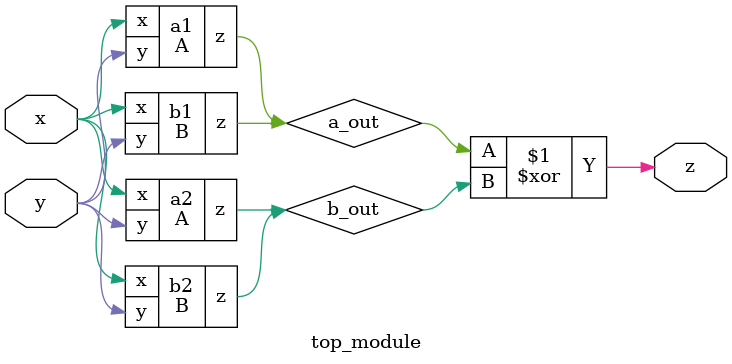
<source format=sv>
module A(
  input x,
  input y,
  output z
);
  assign z = (x ^ y) & x;
endmodule
module B(
  input x,
  input y,
  output z
);
  reg z;

  always @(x or y)
    case({x, y})
      0: z = 1;
      1: z = 0;
    endcase
endmodule
module top_module(
  input x,
  input y,
  output z
);
  wire a_out, b_out;

  A a1(.x(x), .y(y), .z(a_out));
  A a2(.x(x), .y(y), .z(b_out));
  B b1(.x(x), .y(y), .z(a_out));
  B b2(.x(x), .y(y), .z(b_out));

  assign z = a_out ^ b_out;
endmodule

</source>
